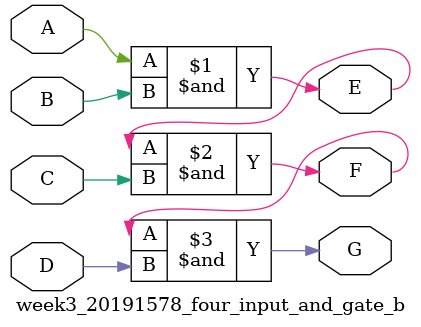
<source format=v>
`timescale 1ns / 1ps


module week3_20191578_four_input_and_gate_b(
    input A,
    input B,
    input C,
    input D,
    output E,
    output F,
    output G
    );
    
    assign E = A & B;
    assign F = E & C;
    assign G = F & D;
    
endmodule

</source>
